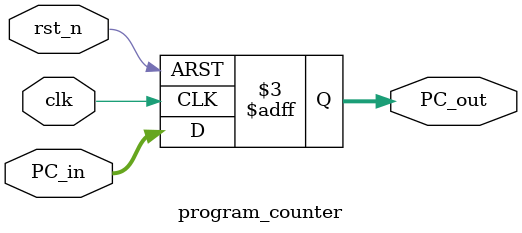
<source format=v>
module program_counter (
    input clk,
    input rst_n,
    input [31:0] PC_in,
    output reg [31:0] PC_out
);

always @(posedge clk or negedge rst_n) begin
    if (!rst_n) begin
        PC_out <= 32'h0000000;
    end else begin
        PC_out <= PC_in;
    end
end
    
endmodule
</source>
